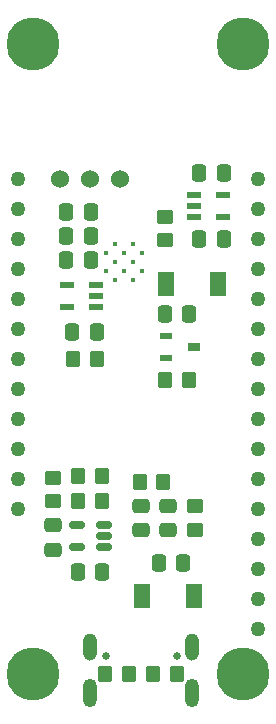
<source format=gbr>
%TF.GenerationSoftware,KiCad,Pcbnew,5.99.0-unknown-fc7f1d1d86~106~ubuntu20.04.1*%
%TF.CreationDate,2021-01-14T15:04:19+11:00*%
%TF.ProjectId,esp32-s2-feather,65737033-322d-4733-922d-666561746865,rev?*%
%TF.SameCoordinates,Original*%
%TF.FileFunction,Soldermask,Bot*%
%TF.FilePolarity,Negative*%
%FSLAX46Y46*%
G04 Gerber Fmt 4.6, Leading zero omitted, Abs format (unit mm)*
G04 Created by KiCad (PCBNEW 5.99.0-unknown-fc7f1d1d86~106~ubuntu20.04.1) date 2021-01-14 15:04:19*
%MOMM*%
%LPD*%
G01*
G04 APERTURE LIST*
G04 Aperture macros list*
%AMRoundRect*
0 Rectangle with rounded corners*
0 $1 Rounding radius*
0 $2 $3 $4 $5 $6 $7 $8 $9 X,Y pos of 4 corners*
0 Add a 4 corners polygon primitive as box body*
4,1,4,$2,$3,$4,$5,$6,$7,$8,$9,$2,$3,0*
0 Add four circle primitives for the rounded corners*
1,1,$1+$1,$2,$3,0*
1,1,$1+$1,$4,$5,0*
1,1,$1+$1,$6,$7,0*
1,1,$1+$1,$8,$9,0*
0 Add four rect primitives between the rounded corners*
20,1,$1+$1,$2,$3,$4,$5,0*
20,1,$1+$1,$4,$5,$6,$7,0*
20,1,$1+$1,$6,$7,$8,$9,0*
20,1,$1+$1,$8,$9,$2,$3,0*%
G04 Aperture macros list end*
%ADD10C,4.500000*%
%ADD11C,0.600000*%
%ADD12C,0.630000*%
%ADD13O,1.158000X2.316000*%
%ADD14O,1.200000X2.400000*%
%ADD15C,0.400000*%
%ADD16C,1.270000*%
%ADD17RoundRect,0.250000X-0.475000X0.337500X-0.475000X-0.337500X0.475000X-0.337500X0.475000X0.337500X0*%
%ADD18RoundRect,0.250000X0.350000X0.450000X-0.350000X0.450000X-0.350000X-0.450000X0.350000X-0.450000X0*%
%ADD19R,1.400000X2.100000*%
%ADD20RoundRect,0.250000X0.337500X0.475000X-0.337500X0.475000X-0.337500X-0.475000X0.337500X-0.475000X0*%
%ADD21RoundRect,0.250000X-0.337500X-0.475000X0.337500X-0.475000X0.337500X0.475000X-0.337500X0.475000X0*%
%ADD22RoundRect,0.250000X0.450000X-0.350000X0.450000X0.350000X-0.450000X0.350000X-0.450000X-0.350000X0*%
%ADD23C,1.524000*%
%ADD24R,1.100000X0.600000*%
%ADD25R,1.100000X0.700000*%
%ADD26RoundRect,0.250000X-0.450000X0.350000X-0.450000X-0.350000X0.450000X-0.350000X0.450000X0.350000X0*%
%ADD27RoundRect,0.150000X0.512500X0.150000X-0.512500X0.150000X-0.512500X-0.150000X0.512500X-0.150000X0*%
%ADD28R,1.210000X0.590000*%
%ADD29RoundRect,0.250000X-0.350000X-0.450000X0.350000X-0.450000X0.350000X0.450000X-0.350000X0.450000X0*%
%ADD30RoundRect,0.250000X0.475000X-0.337500X0.475000X0.337500X-0.475000X0.337500X-0.475000X-0.337500X0*%
G04 APERTURE END LIST*
D10*
%TO.C,REF\u002A\u002A*%
X195580000Y-99060000D03*
%TD*%
D11*
%TO.C,J1*%
X189944000Y-97536000D03*
D12*
X189944000Y-97536000D03*
X183944000Y-97536000D03*
D13*
X182624000Y-96811000D03*
X191264000Y-96811000D03*
D14*
X182624000Y-100636000D03*
X191264000Y-100636000D03*
%TD*%
D15*
%TO.C,U5*%
X185500000Y-63435000D03*
X184000000Y-63435000D03*
X187000000Y-63435000D03*
X184000000Y-64935000D03*
X185500000Y-64935000D03*
X187000000Y-64935000D03*
X184750000Y-62685000D03*
X186250000Y-62685000D03*
X184750000Y-64185000D03*
X186250000Y-64185000D03*
X184750000Y-65685000D03*
X186250000Y-65685000D03*
%TD*%
D16*
%TO.C,J3*%
X176530000Y-85090000D03*
X176530000Y-82550000D03*
X176530000Y-80010000D03*
X176530000Y-77470000D03*
X176530000Y-74930000D03*
X176530000Y-72390000D03*
X176530000Y-69850000D03*
X176530000Y-67310000D03*
X176530000Y-64770000D03*
X176530000Y-62230000D03*
X176530000Y-59690000D03*
X176530000Y-57150000D03*
%TD*%
D10*
%TO.C,REF\u002A\u002A*%
X195580000Y-45720000D03*
%TD*%
%TO.C,REF\u002A\u002A*%
X177800000Y-45720000D03*
%TD*%
%TO.C,REF\u002A\u002A*%
X177800000Y-99060000D03*
%TD*%
D16*
%TO.C,J4*%
X196850000Y-57150000D03*
X196850000Y-59690000D03*
X196850000Y-62230000D03*
X196850000Y-64770000D03*
X196850000Y-67310000D03*
X196850000Y-69850000D03*
X196850000Y-72390000D03*
X196850000Y-74930000D03*
X196850000Y-77470000D03*
X196850000Y-80010000D03*
X196850000Y-82550000D03*
X196850000Y-85090000D03*
X196850000Y-87630000D03*
X196850000Y-90170000D03*
X196850000Y-92710000D03*
X196850000Y-95250000D03*
%TD*%
D17*
%TO.C,C13*%
X186944000Y-84814500D03*
X186944000Y-86889500D03*
%TD*%
D18*
%TO.C,R11*%
X183180199Y-72390001D03*
X181180199Y-72390001D03*
%TD*%
D19*
%TO.C,D4*%
X189062000Y-66040000D03*
X193462000Y-66040000D03*
%TD*%
D20*
%TO.C,C3*%
X190521500Y-89662000D03*
X188446500Y-89662000D03*
%TD*%
D21*
%TO.C,C8*%
X180602800Y-64008000D03*
X182677800Y-64008000D03*
%TD*%
D20*
%TO.C,C6*%
X183181900Y-70104000D03*
X181106900Y-70104000D03*
%TD*%
D22*
%TO.C,R3*%
X179451000Y-84439000D03*
X179451000Y-82439000D03*
%TD*%
D18*
%TO.C,R5*%
X183626000Y-84455000D03*
X181626000Y-84455000D03*
%TD*%
D21*
%TO.C,C4*%
X188954500Y-68580000D03*
X191029500Y-68580000D03*
%TD*%
%TO.C,C2*%
X181588500Y-90424000D03*
X183663500Y-90424000D03*
%TD*%
%TO.C,C11*%
X180598900Y-59944000D03*
X182673900Y-59944000D03*
%TD*%
%TO.C,C10*%
X180598900Y-61976000D03*
X182673900Y-61976000D03*
%TD*%
D18*
%TO.C,R4*%
X183626000Y-82296000D03*
X181626000Y-82296000D03*
%TD*%
D23*
%TO.C,GND*%
X185166000Y-57150000D03*
X182626000Y-57150000D03*
X180086000Y-57150000D03*
%TD*%
D24*
%TO.C,Q1*%
X189046000Y-72324000D03*
X189046000Y-70424000D03*
D25*
X191446000Y-71374000D03*
%TD*%
D19*
%TO.C,D1*%
X191430000Y-92456000D03*
X187030000Y-92456000D03*
%TD*%
D17*
%TO.C,C12*%
X189230000Y-84814500D03*
X189230000Y-86889500D03*
%TD*%
D26*
%TO.C,R13*%
X191516000Y-84852000D03*
X191516000Y-86852000D03*
%TD*%
D18*
%TO.C,R6*%
X190992000Y-74168000D03*
X188992000Y-74168000D03*
%TD*%
D27*
%TO.C,U1*%
X183763500Y-86426000D03*
X183763500Y-87376000D03*
X183763500Y-88326000D03*
X181488500Y-88326000D03*
X181488500Y-86426000D03*
%TD*%
D28*
%TO.C,U3*%
X183149300Y-66106000D03*
X183149300Y-67056000D03*
X183149300Y-68006000D03*
X180639300Y-68006000D03*
X180639300Y-66106000D03*
%TD*%
D20*
%TO.C,C9*%
X193950500Y-56642000D03*
X191875500Y-56642000D03*
%TD*%
D22*
%TO.C,R12*%
X188976000Y-62341000D03*
X188976000Y-60341000D03*
%TD*%
D18*
%TO.C,R1*%
X185912000Y-99060000D03*
X183912000Y-99060000D03*
%TD*%
D29*
%TO.C,R2*%
X187976000Y-99060000D03*
X189976000Y-99060000D03*
%TD*%
D21*
%TO.C,C7*%
X191875500Y-62230000D03*
X193950500Y-62230000D03*
%TD*%
D18*
%TO.C,R14*%
X188833000Y-82804000D03*
X186833000Y-82804000D03*
%TD*%
D30*
%TO.C,C1*%
X179451000Y-88540500D03*
X179451000Y-86465500D03*
%TD*%
D28*
%TO.C,U4*%
X191404000Y-60386000D03*
X191404000Y-59436000D03*
X191404000Y-58486000D03*
X193914000Y-58486000D03*
X193914000Y-60386000D03*
%TD*%
M02*

</source>
